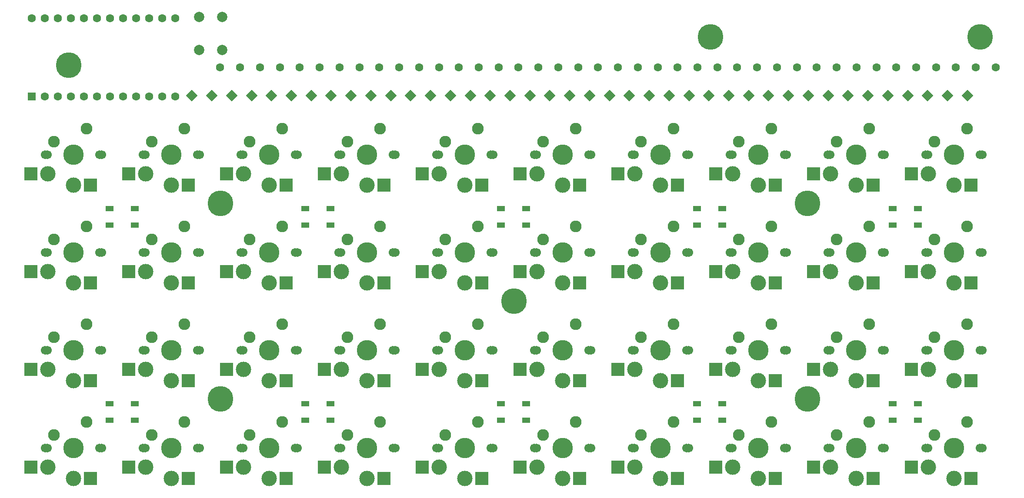
<source format=gbs>
G04 #@! TF.GenerationSoftware,KiCad,Pcbnew,6.0.7-f9a2dced07~116~ubuntu20.04.1*
G04 #@! TF.CreationDate,2022-09-18T13:16:26+08:00*
G04 #@! TF.ProjectId,keyboard v3,6b657962-6f61-4726-9420-76332e6b6963,rev?*
G04 #@! TF.SameCoordinates,Original*
G04 #@! TF.FileFunction,Soldermask,Bot*
G04 #@! TF.FilePolarity,Negative*
%FSLAX46Y46*%
G04 Gerber Fmt 4.6, Leading zero omitted, Abs format (unit mm)*
G04 Created by KiCad (PCBNEW 6.0.7-f9a2dced07~116~ubuntu20.04.1) date 2022-09-18 13:16:26*
%MOMM*%
%LPD*%
G01*
G04 APERTURE LIST*
G04 Aperture macros list*
%AMRotRect*
0 Rectangle, with rotation*
0 The origin of the aperture is its center*
0 $1 length*
0 $2 width*
0 $3 Rotation angle, in degrees counterclockwise*
0 Add horizontal line*
21,1,$1,$2,0,0,$3*%
G04 Aperture macros list end*
%ADD10C,1.701800*%
%ADD11C,3.000000*%
%ADD12C,3.987800*%
%ADD13C,2.286000*%
%ADD14R,2.600000X2.600000*%
%ADD15RotRect,1.600000X1.600000X45.000000*%
%ADD16C,1.600000*%
%ADD17C,5.000000*%
%ADD18R,1.600000X1.600000*%
%ADD19R,1.500000X1.000000*%
%ADD20C,2.000000*%
G04 APERTURE END LIST*
D10*
X62487500Y-95500000D03*
X73067500Y-95500000D03*
D11*
X62987500Y-99250000D03*
D12*
X67987500Y-95500000D03*
D10*
X73487500Y-95500000D03*
X62907500Y-95500000D03*
D11*
X67987500Y-101450000D03*
D13*
X70527500Y-90420000D03*
D14*
X71262500Y-101450000D03*
D13*
X64177500Y-92960000D03*
D14*
X59712500Y-99250000D03*
D15*
X114260548Y-64957716D03*
D16*
X119775980Y-59442284D03*
D10*
X177207500Y-114550000D03*
D12*
X182287500Y-114550000D03*
D10*
X187367500Y-114550000D03*
D11*
X182287500Y-120500000D03*
D10*
X187787500Y-114550000D03*
X176787500Y-114550000D03*
D11*
X177287500Y-118300000D03*
D14*
X185562500Y-120500000D03*
D13*
X184827500Y-109470000D03*
D14*
X174012500Y-118300000D03*
D13*
X178477500Y-112010000D03*
D10*
X139107500Y-133600000D03*
D12*
X144187500Y-133600000D03*
D11*
X144187500Y-139550000D03*
D10*
X149267500Y-133600000D03*
X149687500Y-133600000D03*
X138687500Y-133600000D03*
D11*
X139187500Y-137350000D03*
D14*
X147462500Y-139550000D03*
D13*
X146727500Y-128520000D03*
X140377500Y-131060000D03*
D14*
X135912500Y-137350000D03*
D10*
X130217500Y-114550000D03*
X119637500Y-114550000D03*
X120057500Y-114550000D03*
D11*
X125137500Y-120500000D03*
D10*
X130637500Y-114550000D03*
D11*
X120137500Y-118300000D03*
D12*
X125137500Y-114550000D03*
D14*
X128412500Y-120500000D03*
D13*
X127677500Y-109470000D03*
D14*
X116862500Y-118300000D03*
D13*
X121327500Y-112010000D03*
D17*
X96567500Y-124080000D03*
X210867500Y-85990000D03*
D11*
X182287500Y-101450000D03*
D10*
X187367500Y-95500000D03*
X176787500Y-95500000D03*
X187787500Y-95500000D03*
X177207500Y-95500000D03*
D12*
X182287500Y-95500000D03*
D11*
X177287500Y-99250000D03*
D14*
X185562500Y-101450000D03*
D13*
X184827500Y-90420000D03*
D14*
X174012500Y-99250000D03*
D13*
X178477500Y-92960000D03*
D15*
X106516960Y-64957716D03*
D16*
X112032392Y-59442284D03*
D11*
X82037500Y-137350000D03*
D10*
X92117500Y-133600000D03*
X81537500Y-133600000D03*
D12*
X87037500Y-133600000D03*
D10*
X92537500Y-133600000D03*
X81957500Y-133600000D03*
D11*
X87037500Y-139550000D03*
D14*
X90312500Y-139550000D03*
D13*
X89577500Y-128520000D03*
D14*
X78762500Y-137350000D03*
D13*
X83227500Y-131060000D03*
D15*
X211055398Y-64957716D03*
D16*
X216570830Y-59442284D03*
D10*
X234357500Y-114550000D03*
D11*
X234437500Y-118300000D03*
D10*
X233937500Y-114550000D03*
D11*
X239437500Y-120500000D03*
D10*
X244937500Y-114550000D03*
X244517500Y-114550000D03*
D12*
X239437500Y-114550000D03*
D13*
X241977500Y-109470000D03*
D14*
X242712500Y-120500000D03*
D13*
X235627500Y-112010000D03*
D14*
X231162500Y-118300000D03*
D17*
X67037500Y-59000000D03*
D10*
X119637500Y-133600000D03*
X130217500Y-133600000D03*
X120057500Y-133600000D03*
D11*
X125137500Y-139550000D03*
D12*
X125137500Y-133600000D03*
D10*
X130637500Y-133600000D03*
D11*
X120137500Y-137350000D03*
D14*
X128412500Y-139550000D03*
D13*
X127677500Y-128520000D03*
X121327500Y-131060000D03*
D14*
X116862500Y-137350000D03*
D11*
X220387500Y-82400000D03*
D10*
X225467500Y-76450000D03*
X215307500Y-76450000D03*
D12*
X220387500Y-76450000D03*
D10*
X214887500Y-76450000D03*
X225887500Y-76450000D03*
D11*
X215387500Y-80200000D03*
D14*
X223662500Y-82400000D03*
D13*
X222927500Y-71370000D03*
D14*
X212112500Y-80200000D03*
D13*
X216577500Y-73910000D03*
D10*
X168317500Y-76450000D03*
D11*
X163237500Y-82400000D03*
X158237500Y-80200000D03*
D10*
X168737500Y-76450000D03*
X158157500Y-76450000D03*
X157737500Y-76450000D03*
D12*
X163237500Y-76450000D03*
D14*
X166512500Y-82400000D03*
D13*
X165777500Y-71370000D03*
D14*
X154962500Y-80200000D03*
D13*
X159427500Y-73910000D03*
D11*
X177287500Y-137350000D03*
D10*
X177207500Y-133600000D03*
D12*
X182287500Y-133600000D03*
D10*
X187787500Y-133600000D03*
D11*
X182287500Y-139550000D03*
D10*
X176787500Y-133600000D03*
X187367500Y-133600000D03*
D14*
X185562500Y-139550000D03*
D13*
X184827500Y-128520000D03*
X178477500Y-131060000D03*
D14*
X174012500Y-137350000D03*
D10*
X206837500Y-76450000D03*
X195837500Y-76450000D03*
D11*
X196337500Y-80200000D03*
D12*
X201337500Y-76450000D03*
D10*
X196257500Y-76450000D03*
D11*
X201337500Y-82400000D03*
D10*
X206417500Y-76450000D03*
D13*
X203877500Y-71370000D03*
D14*
X204612500Y-82400000D03*
X193062500Y-80200000D03*
D13*
X197527500Y-73910000D03*
D15*
X102645166Y-64957716D03*
D16*
X108160598Y-59442284D03*
D10*
X62487500Y-114550000D03*
X73487500Y-114550000D03*
X73067500Y-114550000D03*
X62907500Y-114550000D03*
D12*
X67987500Y-114550000D03*
D11*
X62987500Y-118300000D03*
X67987500Y-120500000D03*
D14*
X71262500Y-120500000D03*
D13*
X70527500Y-109470000D03*
D14*
X59712500Y-118300000D03*
D13*
X64177500Y-112010000D03*
D15*
X195568222Y-64957716D03*
D16*
X201083654Y-59442284D03*
D11*
X163237500Y-101450000D03*
D10*
X157737500Y-95500000D03*
X168737500Y-95500000D03*
X168317500Y-95500000D03*
D11*
X158237500Y-99250000D03*
D12*
X163237500Y-95500000D03*
D10*
X158157500Y-95500000D03*
D14*
X166512500Y-101450000D03*
D13*
X165777500Y-90420000D03*
X159427500Y-92960000D03*
D14*
X154962500Y-99250000D03*
D12*
X201337500Y-133600000D03*
D11*
X201337500Y-139550000D03*
X196337500Y-137350000D03*
D10*
X195837500Y-133600000D03*
X196257500Y-133600000D03*
X206417500Y-133600000D03*
X206837500Y-133600000D03*
D14*
X204612500Y-139550000D03*
D13*
X203877500Y-128520000D03*
X197527500Y-131060000D03*
D14*
X193062500Y-137350000D03*
D17*
X210867500Y-124070000D03*
D12*
X201337500Y-95500000D03*
D10*
X195837500Y-95500000D03*
X206417500Y-95500000D03*
D11*
X196337500Y-99250000D03*
X201337500Y-101450000D03*
D10*
X206837500Y-95500000D03*
X196257500Y-95500000D03*
D14*
X204612500Y-101450000D03*
D13*
X203877500Y-90420000D03*
D14*
X193062500Y-99250000D03*
D13*
X197527500Y-92960000D03*
D15*
X141363106Y-64957716D03*
D16*
X146878538Y-59442284D03*
D15*
X149106694Y-64957716D03*
D16*
X154622126Y-59442284D03*
D15*
X164593870Y-64957716D03*
D16*
X170109302Y-59442284D03*
D15*
X118132342Y-64957716D03*
D16*
X123647774Y-59442284D03*
D15*
X222670780Y-64957716D03*
D16*
X228186212Y-59442284D03*
D15*
X226542574Y-64957716D03*
D16*
X232058006Y-59442284D03*
D15*
X203311810Y-64957716D03*
D16*
X208827242Y-59442284D03*
D11*
X120137500Y-80200000D03*
D10*
X130217500Y-76450000D03*
D11*
X125137500Y-82400000D03*
D10*
X119637500Y-76450000D03*
X130637500Y-76450000D03*
D12*
X125137500Y-76450000D03*
D10*
X120057500Y-76450000D03*
D14*
X128412500Y-82400000D03*
D13*
X127677500Y-71370000D03*
D14*
X116862500Y-80200000D03*
D13*
X121327500Y-73910000D03*
D15*
X156850282Y-64957716D03*
D16*
X162365714Y-59442284D03*
D10*
X100587500Y-133600000D03*
X101007500Y-133600000D03*
D11*
X106087500Y-139550000D03*
D12*
X106087500Y-133600000D03*
D10*
X111587500Y-133600000D03*
D11*
X101087500Y-137350000D03*
D10*
X111167500Y-133600000D03*
D14*
X109362500Y-139550000D03*
D13*
X108627500Y-128520000D03*
D14*
X97812500Y-137350000D03*
D13*
X102277500Y-131060000D03*
D15*
X230414368Y-64957716D03*
D16*
X235929800Y-59442284D03*
D15*
X125875930Y-64957716D03*
D16*
X131391362Y-59442284D03*
D17*
X153717500Y-105020000D03*
D10*
X244517500Y-133600000D03*
D11*
X234437500Y-137350000D03*
X239437500Y-139550000D03*
D10*
X234357500Y-133600000D03*
D12*
X239437500Y-133600000D03*
D10*
X244937500Y-133600000D03*
X233937500Y-133600000D03*
D13*
X241977500Y-128520000D03*
D14*
X242712500Y-139550000D03*
X231162500Y-137350000D03*
D13*
X235627500Y-131060000D03*
D17*
X192037500Y-53500000D03*
D11*
X144187500Y-101450000D03*
D10*
X139107500Y-95500000D03*
D12*
X144187500Y-95500000D03*
D10*
X149267500Y-95500000D03*
X138687500Y-95500000D03*
X149687500Y-95500000D03*
D11*
X139187500Y-99250000D03*
D13*
X146727500Y-90420000D03*
D14*
X147462500Y-101450000D03*
D13*
X140377500Y-92960000D03*
D14*
X135912500Y-99250000D03*
D15*
X152978488Y-64957716D03*
D16*
X158493920Y-59442284D03*
D15*
X214927192Y-64957716D03*
D16*
X220442624Y-59442284D03*
D10*
X138687500Y-76450000D03*
X149267500Y-76450000D03*
D12*
X144187500Y-76450000D03*
D10*
X139107500Y-76450000D03*
D11*
X144187500Y-82400000D03*
D10*
X149687500Y-76450000D03*
D11*
X139187500Y-80200000D03*
D13*
X146727500Y-71370000D03*
D14*
X147462500Y-82400000D03*
D13*
X140377500Y-73910000D03*
D14*
X135912500Y-80200000D03*
D10*
X111167500Y-114550000D03*
D11*
X101087500Y-118300000D03*
X106087500Y-120500000D03*
D10*
X101007500Y-114550000D03*
D12*
X106087500Y-114550000D03*
D10*
X100587500Y-114550000D03*
X111587500Y-114550000D03*
D13*
X108627500Y-109470000D03*
D14*
X109362500Y-120500000D03*
X97812500Y-118300000D03*
D13*
X102277500Y-112010000D03*
D15*
X234286162Y-64957716D03*
D16*
X239801594Y-59442284D03*
D15*
X145234900Y-64957716D03*
D16*
X150750332Y-59442284D03*
D15*
X137491312Y-64957716D03*
D16*
X143006744Y-59442284D03*
D10*
X244517500Y-76450000D03*
D12*
X239437500Y-76450000D03*
D11*
X239437500Y-82400000D03*
X234437500Y-80200000D03*
D10*
X234357500Y-76450000D03*
X244937500Y-76450000D03*
X233937500Y-76450000D03*
D13*
X241977500Y-71370000D03*
D14*
X242712500Y-82400000D03*
X231162500Y-80200000D03*
D13*
X235627500Y-73910000D03*
D10*
X81537500Y-95500000D03*
D11*
X87037500Y-101450000D03*
X82037500Y-99250000D03*
D10*
X92537500Y-95500000D03*
X81957500Y-95500000D03*
D12*
X87037500Y-95500000D03*
D10*
X92117500Y-95500000D03*
D13*
X89577500Y-90420000D03*
D14*
X90312500Y-101450000D03*
X78762500Y-99250000D03*
D13*
X83227500Y-92960000D03*
D11*
X215387500Y-118300000D03*
D10*
X214887500Y-114550000D03*
X225467500Y-114550000D03*
D11*
X220387500Y-120500000D03*
D10*
X225887500Y-114550000D03*
X215307500Y-114550000D03*
D12*
X220387500Y-114550000D03*
D14*
X223662500Y-120500000D03*
D13*
X222927500Y-109470000D03*
D14*
X212112500Y-118300000D03*
D13*
X216577500Y-112010000D03*
D15*
X191696428Y-64957716D03*
D16*
X197211860Y-59442284D03*
D10*
X138687500Y-114550000D03*
D11*
X144187500Y-120500000D03*
D10*
X139107500Y-114550000D03*
D11*
X139187500Y-118300000D03*
D10*
X149267500Y-114550000D03*
X149687500Y-114550000D03*
D12*
X144187500Y-114550000D03*
D13*
X146727500Y-109470000D03*
D14*
X147462500Y-120500000D03*
X135912500Y-118300000D03*
D13*
X140377500Y-112010000D03*
D10*
X225467500Y-95500000D03*
D11*
X215387500Y-99250000D03*
D12*
X220387500Y-95500000D03*
D11*
X220387500Y-101450000D03*
D10*
X215307500Y-95500000D03*
X214887500Y-95500000D03*
X225887500Y-95500000D03*
D13*
X222927500Y-90420000D03*
D14*
X223662500Y-101450000D03*
D13*
X216577500Y-92960000D03*
D14*
X212112500Y-99250000D03*
D11*
X62987500Y-137350000D03*
D12*
X67987500Y-133600000D03*
D10*
X73487500Y-133600000D03*
X62487500Y-133600000D03*
X62907500Y-133600000D03*
X73067500Y-133600000D03*
D11*
X67987500Y-139550000D03*
D13*
X70527500Y-128520000D03*
D14*
X71262500Y-139550000D03*
D13*
X64177500Y-131060000D03*
D14*
X59712500Y-137350000D03*
D17*
X244537500Y-53500000D03*
D15*
X207183604Y-64957716D03*
D16*
X212699036Y-59442284D03*
D15*
X242029750Y-64957716D03*
D16*
X247545182Y-59442284D03*
D15*
X94901578Y-64957716D03*
D16*
X100417010Y-59442284D03*
D15*
X110388754Y-64957716D03*
D16*
X115904186Y-59442284D03*
D11*
X82037500Y-118300000D03*
D12*
X87037500Y-114550000D03*
D10*
X92117500Y-114550000D03*
X92537500Y-114550000D03*
X81957500Y-114550000D03*
D11*
X87037500Y-120500000D03*
D10*
X81537500Y-114550000D03*
D13*
X89577500Y-109470000D03*
D14*
X90312500Y-120500000D03*
X78762500Y-118300000D03*
D13*
X83227500Y-112010000D03*
D15*
X172337458Y-64957716D03*
D16*
X177852890Y-59442284D03*
D11*
X62987500Y-80200000D03*
D10*
X62907500Y-76450000D03*
X73067500Y-76450000D03*
X73487500Y-76450000D03*
D11*
X67987500Y-82400000D03*
D10*
X62487500Y-76450000D03*
D12*
X67987500Y-76450000D03*
D14*
X71262500Y-82400000D03*
D13*
X70527500Y-71370000D03*
D14*
X59712500Y-80200000D03*
D13*
X64177500Y-73910000D03*
D15*
X122004136Y-64957716D03*
D16*
X127519568Y-59442284D03*
D17*
X96577500Y-85970000D03*
D15*
X199440016Y-64957716D03*
D16*
X204955448Y-59442284D03*
D11*
X120137500Y-99250000D03*
D10*
X130637500Y-95500000D03*
D12*
X125137500Y-95500000D03*
D10*
X130217500Y-95500000D03*
X119637500Y-95500000D03*
X120057500Y-95500000D03*
D11*
X125137500Y-101450000D03*
D13*
X127677500Y-90420000D03*
D14*
X128412500Y-101450000D03*
D13*
X121327500Y-92960000D03*
D14*
X116862500Y-99250000D03*
D18*
X59817500Y-65111420D03*
D16*
X62357500Y-65111420D03*
X64897500Y-65111420D03*
X67437500Y-65111420D03*
X69977500Y-65111420D03*
X72517500Y-65111420D03*
X75057500Y-65111420D03*
X77597500Y-65111420D03*
X80137500Y-65111420D03*
X82677500Y-65111420D03*
X85217500Y-65111420D03*
X87757500Y-65111420D03*
X87757500Y-49871420D03*
X85217500Y-49871420D03*
X82677500Y-49871420D03*
X80137500Y-49871420D03*
X77597500Y-49871420D03*
X75057500Y-49871420D03*
X72517500Y-49871420D03*
X69977500Y-49871420D03*
X67437500Y-49871420D03*
X64897500Y-49871420D03*
X62357500Y-49871420D03*
X59817500Y-49871420D03*
D15*
X168465664Y-64957716D03*
D16*
X173981096Y-59442284D03*
D15*
X91029784Y-64957716D03*
D16*
X96545216Y-59442284D03*
D11*
X163237500Y-139550000D03*
D12*
X163237500Y-133600000D03*
D10*
X168317500Y-133600000D03*
X157737500Y-133600000D03*
X168737500Y-133600000D03*
X158157500Y-133600000D03*
D11*
X158237500Y-137350000D03*
D14*
X166512500Y-139550000D03*
D13*
X165777500Y-128520000D03*
D14*
X154962500Y-137350000D03*
D13*
X159427500Y-131060000D03*
D11*
X158237500Y-118300000D03*
D10*
X168737500Y-114550000D03*
X158157500Y-114550000D03*
D11*
X163237500Y-120500000D03*
D10*
X157737500Y-114550000D03*
D12*
X163237500Y-114550000D03*
D10*
X168317500Y-114550000D03*
D14*
X166512500Y-120500000D03*
D13*
X165777500Y-109470000D03*
D14*
X154962500Y-118300000D03*
D13*
X159427500Y-112010000D03*
D15*
X218798986Y-64957716D03*
D16*
X224314418Y-59442284D03*
D10*
X187787500Y-76450000D03*
X177207500Y-76450000D03*
D11*
X177287500Y-80200000D03*
D12*
X182287500Y-76450000D03*
D10*
X187367500Y-76450000D03*
D11*
X182287500Y-82400000D03*
D10*
X176787500Y-76450000D03*
D13*
X184827500Y-71370000D03*
D14*
X185562500Y-82400000D03*
X174012500Y-80200000D03*
D13*
X178477500Y-73910000D03*
D15*
X176209252Y-64957716D03*
D16*
X181724684Y-59442284D03*
D15*
X187824634Y-64957716D03*
D16*
X193340066Y-59442284D03*
D10*
X101007500Y-95500000D03*
D12*
X106087500Y-95500000D03*
D11*
X106087500Y-101450000D03*
D10*
X111167500Y-95500000D03*
D11*
X101087500Y-99250000D03*
D10*
X100587500Y-95500000D03*
X111587500Y-95500000D03*
D13*
X108627500Y-90420000D03*
D14*
X109362500Y-101450000D03*
X97812500Y-99250000D03*
D13*
X102277500Y-92960000D03*
D10*
X100587500Y-76450000D03*
X111167500Y-76450000D03*
X111587500Y-76450000D03*
D11*
X101087500Y-80200000D03*
D12*
X106087500Y-76450000D03*
D11*
X106087500Y-82400000D03*
D10*
X101007500Y-76450000D03*
D14*
X109362500Y-82400000D03*
D13*
X108627500Y-71370000D03*
D14*
X97812500Y-80200000D03*
D13*
X102277500Y-73910000D03*
D11*
X87037500Y-82400000D03*
D10*
X92537500Y-76450000D03*
X81537500Y-76450000D03*
X92117500Y-76450000D03*
X81957500Y-76450000D03*
D11*
X82037500Y-80200000D03*
D12*
X87037500Y-76450000D03*
D14*
X90312500Y-82400000D03*
D13*
X89577500Y-71370000D03*
D14*
X78762500Y-80200000D03*
D13*
X83227500Y-73910000D03*
D15*
X98773372Y-64957716D03*
D16*
X104288804Y-59442284D03*
D10*
X233937500Y-95500000D03*
X244937500Y-95500000D03*
D11*
X239437500Y-101450000D03*
D10*
X244517500Y-95500000D03*
D12*
X239437500Y-95500000D03*
D11*
X234437500Y-99250000D03*
D10*
X234357500Y-95500000D03*
D13*
X241977500Y-90420000D03*
D14*
X242712500Y-101450000D03*
D13*
X235627500Y-92960000D03*
D14*
X231162500Y-99250000D03*
D15*
X238157956Y-64957716D03*
D16*
X243673388Y-59442284D03*
D15*
X133619518Y-64957716D03*
D16*
X139134950Y-59442284D03*
D10*
X215307500Y-133600000D03*
D11*
X220387500Y-139550000D03*
D10*
X225887500Y-133600000D03*
D11*
X215387500Y-137350000D03*
D12*
X220387500Y-133600000D03*
D10*
X225467500Y-133600000D03*
X214887500Y-133600000D03*
D13*
X222927500Y-128520000D03*
D14*
X223662500Y-139550000D03*
X212112500Y-137350000D03*
D13*
X216577500Y-131060000D03*
D15*
X129747724Y-64957716D03*
D16*
X135263156Y-59442284D03*
D15*
X180081046Y-64957716D03*
D16*
X185596478Y-59442284D03*
D15*
X183952840Y-64957716D03*
D16*
X189468272Y-59442284D03*
D10*
X196257500Y-114550000D03*
X206837500Y-114550000D03*
D11*
X201337500Y-120500000D03*
D12*
X201337500Y-114550000D03*
D10*
X206417500Y-114550000D03*
D11*
X196337500Y-118300000D03*
D10*
X195837500Y-114550000D03*
D14*
X204612500Y-120500000D03*
D13*
X203877500Y-109470000D03*
D14*
X193062500Y-118300000D03*
D13*
X197527500Y-112010000D03*
D15*
X160722076Y-64957716D03*
D16*
X166237508Y-59442284D03*
D19*
X194262500Y-125000000D03*
X194262500Y-128200000D03*
X189362500Y-128200000D03*
X189362500Y-125000000D03*
X118012500Y-125000000D03*
X118012500Y-128200000D03*
X113112500Y-128200000D03*
X113112500Y-125000000D03*
X232387500Y-125000000D03*
X232387500Y-128200000D03*
X227487500Y-128200000D03*
X227487500Y-125000000D03*
X227487500Y-90200000D03*
X227487500Y-87000000D03*
X232387500Y-87000000D03*
X232387500Y-90200000D03*
X79887500Y-125000000D03*
X79887500Y-128200000D03*
X74987500Y-128200000D03*
X74987500Y-125000000D03*
X156137500Y-125000000D03*
X156137500Y-128200000D03*
X151237500Y-128200000D03*
X151237500Y-125000000D03*
X151237500Y-90200000D03*
X151237500Y-87000000D03*
X156137500Y-87000000D03*
X156137500Y-90200000D03*
D20*
X92437500Y-49600000D03*
X92437500Y-56100000D03*
X96937500Y-56100000D03*
X96937500Y-49600000D03*
D19*
X113112500Y-90200000D03*
X113112500Y-87000000D03*
X118012500Y-87000000D03*
X118012500Y-90200000D03*
X74987500Y-90200000D03*
X74987500Y-87000000D03*
X79887500Y-87000000D03*
X79887500Y-90200000D03*
X189362500Y-90200000D03*
X189362500Y-87000000D03*
X194262500Y-87000000D03*
X194262500Y-90200000D03*
M02*

</source>
